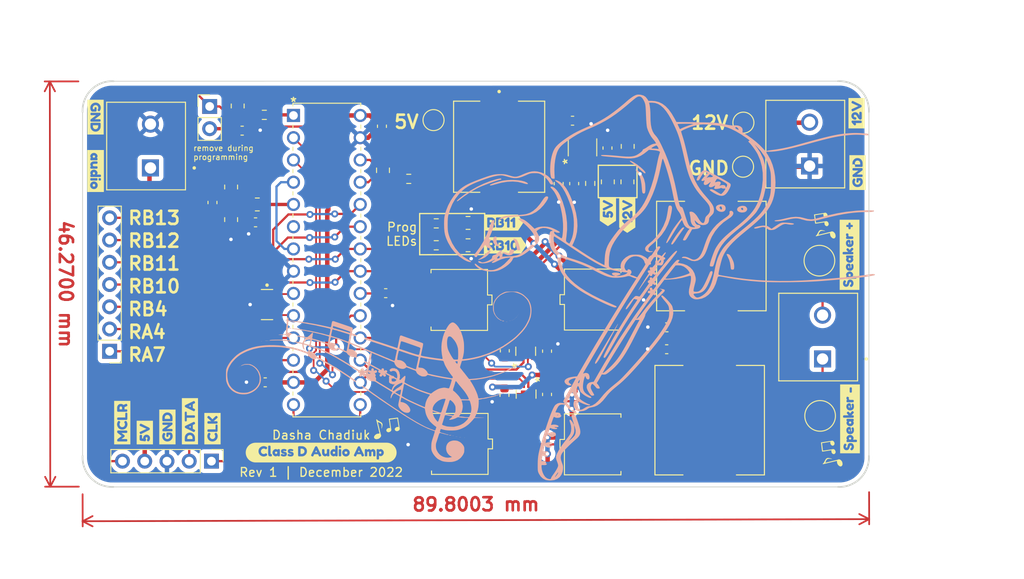
<source format=kicad_pcb>
(kicad_pcb (version 20211014) (generator pcbnew)
  (layers (0 "F.Cu" signal) (31 "B.Cu" signal) (34 "B.Paste" user) (35 "F.Paste" user) (36 "B.SilkS" user "B.Silkscreen") (37 "F.SilkS" user "F.Silkscreen") (38 "B.Mask" user) (39 "F.Mask" user) (44 "Edge.Cuts" user))
  (net 0 "")
  (net 1 "+5V")
  (net 2 "GND")
  (net 3 "+12V")
  (net 4 "Net-(C3-Pad2)")
  (net 5 "Net-(C4-Pad1)")
  (net 6 "Net-(C4-Pad2)")
  (net 7 "/speaker+")
  (net 8 "/speaker-")
  (net 9 "/audio_in")
  (net 10 "Net-(C9-Pad2)")
  (net 11 "Net-(C10-Pad1)")
  (net 12 "Net-(C10-Pad2)")
  (net 13 "/audio_filtered")
  (net 14 "Net-(C14-Pad1)")
  (net 15 "/triangle_wave_out")
  (net 16 "Net-(C16-Pad2)")
  (net 17 "Net-(C17-Pad1)")
  (net 18 "Net-(D1-Pad2)")
  (net 19 "Net-(D2-Pad2)")
  (net 20 "/RA7")
  (net 21 "/RB10")
  (net 22 "/RB11")
  (net 23 "/RB12")
  (net 24 "/RB13")
  (net 25 "/RB4")
  (net 26 "/RA4")
  (net 27 "/DR_EN_L")
  (net 28 "/DR_EN_H")
  (net 29 "/ICSP_CLK")
  (net 30 "/ICSP_DATA")
  (net 31 "/~{MCLR}")
  (net 32 "Net-(Q3-Pad1)")
  (net 33 "Net-(Q4-Pad1)")
  (net 34 "Net-(R6-Pad1)")
  (net 35 "Net-(R7-Pad1)")
  (net 36 "/PWM_H")
  (net 37 "/PWM_L")
  (net 38 "/audio_buffered_in")
  (net 39 "/triangle_wave_in")
  (net 40 "Net-(D3-Pad2)")
  (net 41 "Net-(D4-Pad2)")
  (net 42 "Net-(U4-Pad9)")
  (net 43 "Net-(U4-Pad10)")
  (net 45 "unconnected-(Q1-Pad1)")
  (net 46 "unconnected-(Q2-Pad1)")
  (net 52 "unconnected-(U1-Pad1)")
  (footprint "Resistor_SMD:R_0805_2012Metric" (layer "F.Cu") (at 141.15 77.45 180)
    (fp_text reference "D3" hide)
    (fp_text value "LED_BLUE")
  )
  (footprint "audio_amplifier:NCP81151MNTBG" (layer "F.Cu") (at 147.73335 92.1 90)
    (fp_text reference "U1" hide)
    (fp_text value "NCP81151MNTBG" hide)
  )
  (footprint "kibuzzard-638C52FC" (layer "F.Cu") (at 111.97 100.938181 90)
    (fp_text reference "kibuzzard-638C52FC" hide)
    (fp_text value "G***" hide)
  )
  (footprint "kibuzzard-638C5303" (layer "F.Cu") (at 109.397977 100.092837 90)
    (fp_text reference "kibuzzard-638C5303" hide)
    (fp_text value "G***" hide)
  )
  (footprint "audio_amplifier:CUI_TB001-500-02BE" (layer "F.Cu") (at 104.89 71.17 90)
    (fp_text reference "J5" hide)
    (fp_text value "Conn_01x02")
  )
  (footprint "audio_amplifier:PIC24FV16KM202" (layer "F.Cu") (at 121.22 65.18)
    (fp_text reference "U4" hide)
    (fp_text value "PIC24FV16KM202" hide)
  )
  (footprint "TestPoint:TestPoint_Pad_D3.0mm" (layer "F.Cu") (at 181.27 81.76)
    (fp_text reference "TP4" hide)
    (fp_text value "Speaker_Out1")
  )
  (footprint "Capacitor_SMD:C_0603_1608Metric" (layer "F.Cu") (at 145.34665 92.05 90)
    (fp_text reference "C3" hide)
    (fp_text value ".1uF")
  )
  (footprint "Capacitor_SMD:C_0603_1608Metric" (layer "F.Cu") (at 131.75 85.47)
    (fp_text reference "C14" hide)
    (fp_text value "10uF")
  )
  (footprint "Capacitor_SMD:C_0603_1608Metric" (layer "F.Cu") (at 111.97 75.12 90)
    (fp_text reference "C9" hide)
    (fp_text value ".082uF")
  )
  (footprint "audio_amplifier:MCU80N03A-TP" (layer "F.Cu") (at 155.3814 102.73 -90)
    (fp_text reference "Q3" hide)
    (fp_text value "MCU80N03A-TP" hide)
  )
  (footprint "Capacitor_SMD:C_0603_1608Metric" (layer "F.Cu") (at 117.99 95.65 180)
    (fp_text reference "C12" hide)
    (fp_text value ".1uF")
  )
  (footprint "kibuzzard-638C50B6" (layer "F.Cu") (at 184.76 99.82 90)
    (fp_text reference "kibuzzard-638C50B6" hide)
    (fp_text value "G***" hide)
  )
  (footprint "Capacitor_SMD:C_0603_1608Metric" (layer "F.Cu") (at 153.08 65.78)
    (fp_text reference "C4" hide)
    (fp_text value ".1uF")
  )
  (footprint "Capacitor_SMD:C_0603_1608Metric" (layer "F.Cu") (at 157.07 68.9 90)
    (fp_text reference "C2" hide)
    (fp_text value "10uF")
  )
  (footprint "kibuzzard-638C507C" (layer "F.Cu") (at 185.51 64.92 90)
    (fp_text reference "kibuzzard-638C507C" hide)
    (fp_text value "G***" hide)
  )
  (footprint "kibuzzard-638C5384" (layer "F.Cu") (at 106.82516 100.7453 90)
    (fp_text reference "kibuzzard-638C5384" hide)
    (fp_text value "G***" hide)
  )
  (footprint "Resistor_SMD:R_0603_1608Metric" (layer "F.Cu") (at 137.52 80)
    (fp_text reference "R10" hide)
    (fp_text value "200")
  )
  (footprint "kibuzzard-638C516B" (layer "F.Cu") (at 104.245199 101.384269 90)
    (fp_text reference "kibuzzard-638C516B" hide)
    (fp_text value "G***" hide)
  )
  (footprint "audio_amplifier:MCU80N03A-TP" (layer "F.Cu") (at 140.2086 102.68 90)
    (fp_text reference "Q4" hide)
    (fp_text value "MCU80N03A-TP" hide)
  )
  (footprint "Resistor_SMD:R_0603_1608Metric" (layer "F.Cu") (at 155.1 72.94 -90)
    (fp_text reference "R2" hide)
    (fp_text value "200")
  )
  (footprint "kibuzzard-638C54CC" (layer "F.Cu") (at 157.12 76.16 90)
    (fp_text reference "kibuzzard-638C54CC" hide)
    (fp_text value "G***" hide)
  )
  (footprint "Capacitor_SMD:C_0603_1608Metric" (layer "F.Cu") (at 150.17 97.0314 -90)
    (fp_text reference "C10" hide)
    (fp_text value ".1uF")
  )
  (footprint "Resistor_SMD:R_0603_1608Metric" (layer "F.Cu") (at 134.38 72.42 180)
    (fp_text reference "R6" hide)
    (fp_text value "200")
  )
  (footprint "Resistor_SMD:R_0805_2012Metric" (layer "F.Cu") (at 159.35 72.76 -90)
    (fp_text reference "D1" hide)
    (fp_text value "LED_BLUE")
  )
  (footprint "Capacitor_SMD:C_0603_1608Metric" (layer "F.Cu") (at 151.5 72.96 -90)
    (fp_text reference "C5" hide)
    (fp_text value "22uF")
  )
  (footprint "Resistor_SMD:R_0805_2012Metric" (layer "F.Cu") (at 159.38 68.71 -90)
    (fp_text reference "R1" hide)
    (fp_text value "1k")
  )
  (footprint "Capacitor_SMD:C_0603_1608Metric" (layer "F.Cu") (at 163.85 89.37 180)
    (fp_text reference "C7" hide)
    (fp_text value "2.2uF")
  )
  (footprint "graphics:notes_small" (layer "F.Cu") (at 182.712776 103.725116 90)
    (fp_text reference "G***" hide)
    (fp_text value "LOGO" hide)
  )
  (footprint "Connector_PinHeader_2.54mm:PinHeader_1x07_P2.54mm_Vertical" (layer "F.Cu") (at 100.23 92.105 180)
    (fp_text reference "J3" hide)
    (fp_text value "Conn_01x07")
  )
  (footprint "Capacitor_SMD:C_0603_1608Metric" (layer "F.Cu") (at 153.27 72.96 -90)
    (fp_text reference "C6" hide)
    (fp_text value "22uF")
  )
  (footprint "Resistor_SMD:R_0805_2012Metric" (layer "F.Cu") (at 141.15 80 180)
    (fp_text reference "D4" hide)
    (fp_text value "LED_BLUE")
  )
  (footprint "audio_amplifier:CUI_TB001-500-02BE" (layer "F.Cu") (at 181.6275 92.98 90)
    (fp_text reference "J2" hide)
    (fp_text value "Conn_01x02")
  )
  (footprint "Connector_PinHeader_2.54mm:PinHeader_1x02_P2.54mm_Vertical" (layer "F.Cu") (at 111.65 64.15)
    (fp_text reference "JP1" hide)
    (fp_text value "Jumper")
  )
  (footprint "kibuzzard-638C57B8" (layer "F.Cu") (at 124.38 103.67)
    (fp_text reference "kibuzzard-638C57B8" hide)
    (fp_text value "G***" hide)
  )
  (footprint "kibuzzard-638C509A" (layer "F.Cu") (at 184.71 81.09 90)
    (fp_text reference "kibuzzard-638C509A" hide)
    (fp_text value "G***" hide)
  )
  (footprint "Capacitor_SMD:C_0805_2012Metric" (layer "F.Cu") (at 131.44 71.44 -90)
    (fp_text reference "C16" hide)
    (fp_text value "5000pF")
  )
  (footprint "Capacitor_SMD:C_0603_1608Metric" (layer "F.Cu") (at 115.36 66.915)
    (fp_text reference "C17" hide)
    (fp_text value ".1uF")
  )
  (footprint "graphics:notes_small" (layer "F.Cu") (at 131.94 100.94)
    (fp_text reference "G***" hide)
    (fp_text value "LOGO" hide)
  )
  (footprint "Resistor_SMD:R_0805_2012Metric" (layer "F.Cu") (at 114.1 73.3475 -90)
    (fp_text reference "R3" hide)
    (fp_text value "10k")
  )
  (footprint "Resistor_SMD:R_0805_2012Metric" (layer "F.Cu") (at 114.1 77.07 -90)
    (fp_text reference "R4" hide)
    (fp_text value "10k")
  )
  (footprint "Capacitor_SMD:C_0603_1608Metric" (layer "F.Cu") (at 150.17 92.09 90)
    (fp_text reference "C1" hide)
    (fp_text value "1uF")
  )
  (footprint "TestPoint:TestPoint_Pad_D2.0mm" (layer "F.Cu") (at 172.55 71.03 90)
    (fp_text reference "TP1" hide)
    (fp_text value "TP")
  )
  (footprint "Capacitor_SMD:C_0603_1608Metric" (layer "F.Cu") (at 116.89 77.38 180)
    (fp_text reference "C11" hide)
    (fp_text value "820pF")
  )
  (footprint "Resistor_SMD:R_0805_2012Metric" (layer "F.Cu") (at 157.1125 72.76 -90)
    (fp_text reference "D2" hide)
    (fp_text value "LED_BLUE")
  )
  (footprint "audio_amplifier:MCU80N03A-TP" (layer "F.Cu") (at 155.3814 86.2 -90)
    (fp_text reference "Q2" hide)
    (fp_text value "MCU80N03A-TP" hide)
  )
  (footprint "audio_amplifier:INDP125125X600N" (layer "F.Cu") (at 168.93 81.23 -90)
    (fp_text reference "L2" hide)
    (fp_text value "27uH")
  )
  (footprint "kibuzzard-638C5059" (layer "F.Cu") (at 98.62 71.52 -90)
    (fp_text reference "kibuzzard-638C5059" hide)
    (fp_text value "G***" hide)
  )
  (footprint "graphics:notes_small" (layer "F.Cu") (at 181.92 77.7 90)
    (fp_text reference "G***" hide)
    (fp_text value "LOGO" hide)
  )
  (footprint "Resistor_SMD:R_0603_1608Metric" (layer "F.Cu") (at 117.89 65.11 180)
    (fp_text reference "R7" hide)
    (fp_text value "200")
  )
  (footprint "Resistor_SMD:R_0805_2012Metric" (layer "F.Cu") (at 117.09 75.34)
    (fp_text reference "R5" hide)
    (fp_text value "10k")
  )
  (footprint "Capacitor_SMD:C_0603_1608Metric" (layer "F.Cu") (at 145.31 97.1214 -90)
    (fp_text reference "C13" hide)
    (fp_text value "1uF")
  )
  (footprint "TestPoint:TestPoint_Pad_D3.0mm" (layer "F.Cu") (at 181.35 99.48)
    (fp_text reference "TP5" hide)
    (fp_text value "Speaker_Out2")
  )
  (footprint "audio_amplifier:CUI_TB001-500-02BE" (layer "F.Cu") (at 180.15 70.95 90)
    (fp_text reference "J1" hide)
    (fp_text value "Conn_01x02")
  )
  (footprint "Resistor_SMD:R_0805_2012Metric" (layer "F.Cu") (at 114.85 64.095 -90)
    (fp_text reference "R8" hide)
    (fp_text value "10k")
  )
  (footprint "kibuzzard-638C4FD3" (layer "F.Cu") (at 185.62 71.7 90)
    (fp_text reference "kibuzzard-638C4FD3" hide)
    (fp_text value "G***" hide)
  )
  (footprint "TestPoint:TestPoint_Pad_D2.0mm" (layer "F.Cu") (at 137.21 65.71)
    (fp_text reference "TP2" hide)
    (fp_text value "TP")
  )
  (footprint "audio_amplifier:IND_B966AS" (layer "F.Cu") (at 144.7 68.75 -90)
    (fp_text reference "L1" hide)
    (fp_text value "3.9uH")
  )
  (footprint "kibuzzard-638C55ED" (layer "F.Cu") (at 145.24 77.41)
    (fp_text reference "kibuzzard-638C55ED" hide)
    (fp_text value "G***" hide)
  )
  (footprint "audio_amplifier:AP63203WU-7" (layer "F.Cu") (at 154.22 68.82 90)
    (fp_text reference "U2" hide)
    (fp_text value "AP63205WU-7" hide)
  )
  (footprint "TestPoint:TestPoint_Pad_D2.0mm" (layer "F.Cu") (at 172.59 66 90)
    (fp_text reference "TP3" hide)
    (fp_text value "TP")
  )
  (footprint "audio_amplifier:MCU80N03A-TP" (layer "F.Cu") (at 140.1486 86.24 90)
    (fp_text reference "Q1" hide)
    (fp_text value "MCU80N03A-TP" hide)
  )
  (footprint "Capacitor_SMD:C_0603_1608Metric" (layer "F.Cu") (at 131.32 66.41 -90)
    (fp_text reference "C15" hide)
    (fp_text value ".1uF")
  )
  (footprint "Capacitor_SMD:C_0603_1608Metric" (layer "F.Cu") (at 163.83 91.87 180)
    (fp_text reference "C8" hide)
    (fp_text value "2.2uF")
  )
  (footprint "kibuzzard-638C543F" (layer "F.Cu") (at 159.33 76.54391 90)
    (fp_text reference "kibuzzard-638C543F" hide)
    (fp_text value "G***" hide)
  )
  (footprint "Resistor_SMD:R_0603_1608Metric" (layer "F.Cu") (at 137.52 77.5)
    (fp_text reference "R9" hide)
    (fp_text value "200")
  )
  (footprint "kibuzzard-638C4FD3" (layer "F.Cu") (at 98.62 65.37 -90)
    (fp_text reference "kibuzzard-638C4FD3" hide)
    (fp_text value "G***" hide)
  )
  (footprint "audio_amplifier:INDP125125X600N" (layer "F.Cu") (at 168.74 99.97 -90)
    (fp_text reference "L3" hide)
    (fp_text value "27uH")
  )
  (footprint "kibuzzard-638C55E5" (layer "F.Cu") (at 145.416213 80.01)
    (fp_text reference "kibuzzard-638C55E5" hide)
    (fp_text value "G***" hide)
  )
  (footprint "audio_amplifier:OSC_CSTNE8M00G550000R0" (layer "F.Cu") (at 118.2 86.77 -90)
    (fp_text reference "Y1" hide)
    (fp_text value "8MHz_Crystal")
  )
  (footprint "audio_amplifier:NCP81151MNTBG" (layer "F.Cu") (at 147.78 96.99 -90)
    (fp_text reference "U3" hide)
    (fp_text value "NCP81151MNTBG" hide)
  )
  (footprint "kibuzzard-638C5180" (layer "F.Cu") (at 101.67 100.25 90)
    (fp_text reference "kibuzzard-638C5180" hide)
    (fp_text value "G***" hide)
  )
  (footprint "Connector_PinHeader_2.54mm:PinHeader_1x05_P2.54mm_Vertical" (layer "F.Cu") (at 111.855 104.65 -90)
    (fp_text reference "J4" hide)
    (fp_text value "Conn_01x05")
  )
  (footprint "graphics:guitar1" (layer "B.Cu") (at 162.65 83.41 -90)
    (fp_text reference "G***")
    (fp_text value "LOGO" hide)
  )
  (footprint "graphics:music_notes" (layer "B.Cu") (at 131.01 95.03 180)
    (fp_text reference "G***")
    (fp_text value "LOGO" hide)
  )
  (gr_line (start 135.63 81.08) (end 143.03 81.06) (layer "F.SilkS") (width 0.15))
  (gr_line (start 143.05 76.37) (end 135.625 76.38) (layer "F.SilkS") (width 0.15))
  (gr_rect (start 156.02 70.87) (end 160.44 74.57) (layer "F.SilkS") (width 0.15) (fill none))
  (gr_line (start 143.03 81.06) (end 143.05 76.37) (layer "F.SilkS") (width 0.15))
  (gr_line (start 135.625 76.38) (end 135.63 81.08) (layer "F.SilkS") (width 0.15))
  (gr_line (start 97.139962 64.78) (end 97.14 104.05) (layer "Edge.Cuts") (width 0.1))
  (gr_arc (start 183.39 61.264378) (mid 185.929962 62.24) (end 186.92 64.774378) (layer "Edge.Cuts") (width 0.2))
  (gr_arc (start 186.92 104.06) (mid 185.944378 106.599962) (end 183.41 107.59) (layer "Edge.Cuts") (width 0.2))
  (gr_line (start 100.65 107.59) (end 183.41 107.59) (layer "Edge.Cuts") (width 0.1))
  (gr_line (start 100.669962 61.27) (end 183.39 61.264378) (layer "Edge.Cuts") (width 0.1))
  (gr_line (start 186.92 104.06) (end 186.92 64.774378) (layer "Edge.Cuts") (width 0.1))
  (gr_arc (start 97.139962 64.78) (mid 98.13 62.245622) (end 100.669962 61.27) (layer "Edge.Cuts") (width 0.2))
  (gr_arc (start 100.65 107.59) (mid 98.115622 106.599962) (end 97.14 104.06) (layer "Edge.Cuts") (width 0.2))
  (gr_text "RB13" (at 105.311428 76.883335) (layer "F.SilkS") (effects (font (size 1.5 1.5) (thickness 0.3))))
  (gr_text "RB12" (at 105.311428 79.486668) (layer "F.SilkS") (effects (font (size 1.5 1.5) (thickness 0.3))))
  (gr_text "Prog\nLEDs" (at 135.43 78.73) (layer "F.SilkS") (effects (font (size 1 1)) (justify right)))
  (gr_text "RB11" (at 105.311428 82.090001) (layer "F.SilkS") (effects (font (size 1.5 1.5) (thickness 0.3))))
  (gr_text "12V" (at 168.75 66.01) (layer "F.SilkS") (effects (font (size 1.5 1.5) (thickness 0.3))))
  (gr_text "RB10" (at 105.311428 84.693334) (layer "F.SilkS") (effects (font (size 1.5 1.5) (thickness 0.3))))
  (gr_text "RA4" (at 104.49 89.9) (layer "F.SilkS") (effects (font (size 1.5 1.5) (thickness 0.3))))
  (gr_text "Rev 1 | December 2022" (at 124.38 105.92) (layer "F.SilkS") (effects (font (size 1 1))))
  (gr_text "remove during \nprogramming" (at 109.73 69.43) (layer "F.SilkS") (effects (font (size 0.635 0.635) (thickness 0.1016)) (justify left)))
  (gr_text "RB4" (at 104.597142 87.296667) (layer "F.SilkS") (effects (font (size 1.5 1.5) (thickness 0.3))))
  (gr_text "GND" (at 168.63 71.21) (layer "F.SilkS") (effects (font (size 1.5 1.5) (thickness 0.3))))
  (gr_text "RA7" (at 104.49 92.503333) (layer "F.SilkS") (effects (font (size 1.5 1.5) (thickness 0.3))))
  (gr_text "Dasha Chadiuk" (at 124.38 101.67) (layer "F.SilkS") (effects (font (size 1 1))))
  (gr_text "5V" (at 134.12 65.91) (layer "F.SilkS") (effects (font (size 1.5 1.5) (thickness 0.3))))
  (dimension (type aligned) (layer "F.Cu") (pts (xy 97.14 107.93) (xy 186.94 107.69)) (height 3.578998) (gr_text "3535.4457 mils" (at 142.044754 109.588991 0.1531286675) (layer "F.Cu") (effects (font (size 1.5 1.5) (thickness 0.3)))) (format (units 3) (units_format 1) (precision 4)) (style (thickness 0.2) (arrow_length 1.27) (text_position_mode 0) (extension_height 0.58642) (extension_offset 0.5) keep_text_aligned))
  (dimension (type aligned) (layer "F.Cu") (pts (xy 97.16 61.29) (xy 97.21 107.56)) (height 3.759652) (gr_text "1821.6546 mils" (at 95.225349 84.427118 270.0619146) (layer "F.Cu") (effects (font (size 1.5 1.5) (thickness 0.3)))) (format (units 3) (units_format 1) (precision 4)) (style (thickness 0.2) (arrow_length 1.27) (text_position_mode 0) (extension_height 0.58642) (extension_offset 0.5) keep_text_aligned))
  (segment (start 149.36 94.81) (end 150.17 94) (width 0.508) (layer "F.Cu") (net 1))
  (segment (start 137.21 67.89) (end 137.21 65.71) (width 0.508) (layer "F.Cu") (net 1))
  (segment (start 117.46 98.3) (end 118.765 96.995) (width 0.508) (layer "F.Cu") (net 1))
  (segment (start 125.076 76.066261) (end 125.076 94.174) (width 0.508) (layer "F.Cu") (net 1))
  (segment (start 149.235 72.185) (end 148.645 72.775) (width 0.508) (layer "F.Cu") (net 1))
  (segment (start 151.5 72.185) (end 149.235 72.185) (width 0.508) (layer "F.Cu") (net 1))
  (segment (start 149.22 92.87) (end 150.165 92.87) (width 0.254) (layer "F.Cu") (net 1))
  (segment (start 148.645 72.775) (end 144.7 72.775) (width 0.508) (layer "F.Cu") (net 1))
  (segment (start 152.57 83.71) (end 152.57 92.62) (width 0.508) (layer "F.Cu") (net 1))
  (segment (start 128.84 65.18) (end 126.26 65.18) (width 0.508) (layer "F.Cu") (net 1))
  (segment (start 119.15 66.45) (end 114.1 71.5) (width 0.254) (layer "F.Cu") (net 1))
  (segment (start 125.17 66.45) (end 119.15 66.45) (width 0.254) (layer "F.Cu") (net 1))
  (segment (start 150.165 92.87) (end 150.17 92.865) (width 0.254) (layer "F.Cu") (net 1))
  (segment (start 153.269999 70.12175) (end 153.27 72.185) (width 0.508) (layer "F.Cu") (net 1))
  (segment (start 152.57 92.62) (end 152.325 92.865) (width 0.508) (layer "F.Cu") (net 1))
  (segment (start 144.7 75.75) (end 144.7 75.83) (width 0.508) (layer "F.Cu") (net 1))
  (segment (start 132.83 65.63) (end 132.825 65.635) (width 0.508) (layer "F.Cu") (net 1))
  (segment (start 125.18 66.26) (end 125.18 66.44) (width 0.508) (layer "F.Cu") (net 1))
  (segment (start 123.59 95.66) (end 121.22 95.66) (width 0.508) (layer "F.Cu") (net 1))
  (segment (start 129.95 65.18) (end 130.405 65.635) (width 0.508) (layer "F.Cu") (net 1))
  (segment (start 150.17 94) (end 150.17 92.865) (width 0.508) (layer "F.Cu") (net 1))
  (segment (start 147.029999 96.139999) (end 146.410001 96.139999) (width 0.254) (layer "F.Cu") (net 1))
  (segment (start 125.18 66.44) (end 125.17 66.45) (width 0.254) (layer "F.Cu") (net 1))
  (segment (start 142.095 72.775) (end 137.21 67.89) (width 0.508) (layer "F.Cu") (net 1))
  (segment (start 137.13 65.63) (end 132.83 65.63) (width 0.508) (layer "F.Cu") (net 1))
  (segment (start 146.410001 96.139999) (end 146.2036 96.3464) (width 0.254) (layer "F.Cu") (net 1))
  (segment (start 153.27 72.185) (end 155.03 72.185) (width 0.508) (layer "F.Cu") (net 1))
  (segment (start 126.26 65.18) (end 124.2625 63.1825) (width 0.508) (layer "F.Cu") (net 1))
  (segment (start 143.96 96.17) (end 145.31 96.17) (width 0.508) (layer "F.Cu") (net 1))
  (segment (start 149.139999 92.950001) (end 149.22 92.87) (width 0.254) (layer "F.Cu") (net 1))
  (segment (start 151.02 82.16) (end 152.57 83.71) (width 0.508) (layer "F.Cu") (net 1))
  (segment (start 118.775 95.66) (end 118.765 95.65) (width 0.508) (layer "F.Cu") (net 1))
  (segment (start 125.076 94.174) (end 123.59 95.66) (width 0.508) (layer "F.Cu") (net 1))
  (segment (start 125.18 66.44) (end 125.2 66.46) (width 0.508) (layer "F.Cu") (net 1))
  (segment (start 125.2 75.942261) (end 125.076 76.066261) (width 0.508) (layer "F.Cu") (net 1))
  (segment (start 144.7 75.83) (end 148.66 79.79) (width 0.508) (layer "F.Cu") (net 1))
  (segment (start 145.31 96.3464) (end 145.31 96.17) (width 0.254) (layer "F.Cu") (net 1))
  (segment (start 114.1 71.5) (end 114.1 72.435) (width 0.254) (layer "F.Cu") (net 1))
  (segment (start 126.26 65.18) (end 125.18 66.26) (width 0.508) (layer "F.Cu") (net 1))
  (segment (start 146.2036 96.3464) (end 145.31 96.3464) (width 0.254) (layer "F.Cu") (net 1))
  (segment (start 148.47 94.81) (end 149.36 94.81) (width 0.508) (layer "F.Cu") (net 1))
  (segment (start 148.483351 92.950001) (end 149.139999 92.950001) (width 0.254) (layer "F.Cu") (net 1))
  (segment (start 124.2625 63.1825) (end 114.85 63.1825) (width 0.508) (layer "F.Cu") (net 1))
  (segment (start 108.61 98.3) (end 117.46 98.3) (width 0.508) (layer "F.Cu") (net 1))
  (segment (start 137.21 65.71) (end 137.13 65.63) (width 0.508) (layer "F.Cu") (net 1))
  (segment (start 130.405 65.635) (end 131.32 65.635) (width 0.508) (layer "F.Cu") (net 1))
  (segment (start 104.235 102.675) (end 108.61 98.3) (width 0.508) (layer "F.Cu") (net 1))
  (segment (start 125.2 66.46) (end 125.2 75.942261) (width 0.508) (layer "F.Cu") (net 1))
  (segment (start 155.03 72.185) (end 155.1 72.115) (width 0.508) (layer "F.Cu") (net 1))
  (segment (start 151.5 72.185) (end 153.27 72.185) (width 0.508) (layer "F.Cu") (net 1))
  (segment (start 121.22 95.66) (end 118.775 95.66) (width 0.508) (layer "F.Cu") (net 1))
  (segment (start 144.7 72.775) (end 142.095 72.775) (width 0.508) (layer "F.Cu") (net 1))
  (segment (start 104.235 104.65) (end 104.235 102.675) (width 0.508) (layer "F.Cu") (net 1))
  (segment (start 118.765 96.995) (end 118.765 95.65) (width 0.508) (layer "F.Cu") (net 1))
  (segment (start 132.825 65.635) (end 131.32 65.635) (width 0.508) (layer "F.Cu") (net 1))
  (segment (start 128.84 65.18) (end 129.95 65.18) (width 0.508) (layer "F.Cu") (net 1))
  (segment (start 152.325 92.865) (end 150.17 92.865) (width 0.508) (layer "F.Cu") (net 1))
  (segment (start 143.94 96.19) (end 143.96 96.17) (width 0.508) (layer "F.Cu") (net 1))
  (segment (start 144.7 72.775) (end 144.7 75.75) (width 0.508) (layer "F.Cu") (net 1))
  (via (at 143.94 96.19) (size 0.8) (drill 0.4) (layers "F.Cu" "B.Cu") (net 1))
  (via (at 148.47 94.81) (size 0.8) (drill 0.4) (layers "F.Cu" "B.Cu") (net 1))
  (via (at 151.02 82.16) (size 0.8) (drill 0.4) (layers "F.Cu" "B.Cu") (net 1))
  (via (at 148.66 79.79) (size 0.8) (drill 0.4) (layers "F.Cu" "B.Cu") (net 1))
  (segment (start 148.66 79.79) (end 148.66 79.8) (width 0.508) (layer "B.Cu") (net 1))
  (segment (start 148.47 94.81) (end 147.09 96.19) (width 0.508) (layer "B.Cu") (net 1))
  (segment (start 148.66 79.8) (end 151.02 82.16) (width 0.508) (layer "B.Cu") (net 1))
  (segment (start 147.09 96.19) (end 143.94 96.19) (width 0.508) (layer "B.Cu") (net 1))
  (segment (start 147.98335 91.85) (end 147.73335 92.1) (width 0.254) (layer "F.Cu") (net 2))
  (segment (start 180.07 71.03) (end 180.15 70.95) (width 0.508) (layer "F.Cu") (net 2))
  (segment (start 146.77 96.99) (end 145.8636 97.8964) (width 0.254) (layer "F.Cu") (net 2))
  (segment (start 116.135 66.915) (end 117.365 66.915) (width 0.254) (layer "F.Cu") (net 2))
  (segment (start 153.27 73.735) (end 153.27 75.08) (width 0.254) (layer "F.Cu") (net 2))
  (segment (start 151.355 91.315) (end 151.41 91.26) (width 0.254) (layer "F.Cu") (net 2))
  (segment (start 130.285 67.185) (end 131.32 67.185) (width 0.508) (layer "F.Cu") (net 2))
  (segment (start 116.115 78.685) (end 116.1 78.7) (width 0.254) (layer "F.Cu") (net 2))
  (segment (start 150.17 91.315) (end 149.745 91.315) (width 0.254) (layer "F.Cu") (net 2))
  (segment (start 142.0625 80.9775) (end 141.51 81.53) (width 0.254) (layer "F.Cu") (net 2))
  (segment (start 157.1125 71.8475) (end 159.35 71.8475) (width 0.254) (layer "F.Cu") (net 2))
  (segment (start 157.2737 86.2) (end 161.15 86.2) (width 0.254) (layer "F.Cu") (net 2))
  (segment (start 163.055 91.87) (end 161.69 91.87) (width 0.254) (layer "F.Cu") (net 2))
  (segment (start 157.07 68.125) (end 157.07 66.89) (width 0.254) (layer "F.Cu") (net 2))
  (segment (start 114.1 79.31) (end 114.08 79.33) (width 0.254) (layer "F.Cu") (net 2))
  (segment (start 161.15 86.2) (end 161.19 86.24) (width 0.254) (layer "F.Cu") (net 2))
  (segment (start 143.9264 97.8964) (end 143.9 97.87) (width 0.254) (layer "F.Cu") (net 2))
  (segment (start 116.115 77.38) (end 116.115 78.685) (width 0.254) (layer "F.Cu") (net 2))
  (segment (start 147.98335 91.249999) (end 147.98335 91.85) (width 0.254) (layer "F.Cu") (net 2))
  (segment (start 142.0625 77.45) (end 142.0625 76.4025) (width 0.254) (layer "F.Cu") (net 2))
  (segment (start 150.17 91.315) (end 151.355 91.315) (width 0.254) (layer "F.Cu") (net 2))
  (segment (start 172.55 71.03) (end 180.07 71.03) (width 0.508) (layer "F.Cu") (net 2))
  (segment (start 161.69 91.87) (end 161.66 91.84) (width 0.254) (layer "F.Cu") (net 2))
  (segment (start 159.35 71.8475) (end 160.7775 71.8475) (width 0.254) (layer "F.Cu") (net 2))
  (segment (start 147.53 97.840001) (end 147.53 97.24) (width 0.254) (layer "F.Cu") (net 2))
  (segment (start 160.7775 71.8475) (end 160.78 71.85) (width 0.254) (layer "F.Cu") (net 2))
  (segment (start 128.84 67.72) (end 129.75 67.72) (width 0.508) (layer "F.Cu") (net 2))
  (segment (start 145.8636 97.8964) (end 145.31 97.8964) (width 0.254) (layer "F.Cu") (net 2))
  (segment (start 151.5 73.735) (end 151.5 75.07) (width 0.254) (layer "F.Cu") (net 2))
  (segment (start 155.170001 66.159999) (end 155.2 66.13) (width 0.254) (layer "F.Cu") (net 2))
  (segment (start 142.0625 76.4025) (end 141.52 75.86) (width 0.254) (layer "F.Cu") (net 2))
  (segment (start 117.215 95.65) (end 115.87 95.65) (width 0.508) (layer "F.Cu") (net 2))
  (segment (start 129.75 67.72) (end 130.285 67.185) (width 0.508) (layer "F.Cu") (net 2))
  (segment (start 163.075 89.37) (end 161.71 89.37) (width 0.254) (layer "F.Cu") (net 2))
  (segment (start 132.525 85.47) (end 132.525 86.875) (width 0.254) (layer "F.Cu") (net 2))
  (segment (start 147.78 96.99) (end 146.77 96.99) (width 0.254) (layer "F.Cu") (net 2))
  (segment (start 134.33 102.74) (end 134.31 102.76) (width 0.254) (layer "F.Cu") (net 2))
  (segment (start 115.87 95.65) (end 115.85 95.63) (width 0.508) (layer "F.Cu") (net 2))
  (segment (start 132.525 86.875) (end 132.53 86.88) (width 0.254) (layer "F.Cu") (net 2))
  (segment (start 149.745 91.315) (end 148.96 92.1) (width 0.254) (layer "F.Cu") (net 2))
  (segment (start 147.53 97.24) (end 147.78 96.99) (width 0.254) (layer "F.Cu") (net 2))
  (segment (start 118.2 86.77) (end 116.27 86.77) (width 0.2032) (layer "F.Cu") (net 2))
  (segment (start 161.71 89.37) (end 161.68 89.34) (width 0.254) (layer "F.Cu") (net 2))
  (segment (start 145.31 97.8964) (end 143.9264 97.8964) (width 0.254) (layer "F.Cu") (net 2))
  (segment (start 117.365 66.915) (end 117.42 66.86) (width 0.254) (layer "F.Cu") (net 2))
  (segment (start 157.07 66.89) (end 157.09 66.87) (width 0.254) (layer "F.Cu") (net 2))
  (segment (start 114.1 77.9825) (end 114.1 79.31) (width 0.254) (layer "F.Cu") (net 2))
  (segment (start 142.0625 80) (end 142.0625 80.9775) (width 0.254) (layer "F.Cu") (net 2))
  (segment (start 155.170001 67.51825) (end 155.170001 66.159999) (width 0.254) (layer "F.Cu") (net 2))
  (segment (start 153.27 75.08) (end 153.28 75.09) (width 0.254) (layer "F.Cu") (net 2))
  (segment (start 138.2563 102.74) (end 134.33 102.74) (width 0.254) (layer "F.Cu") (net 2))
  (segment (start 148.96 92.1) (end 147.73335 92.1) (width 0.254) (layer "F.Cu") (net 2))
  (via (at 161.19 86.24) (size 0.8) (drill 0.4) (layers "F.Cu" "B.Cu") (net 2))
  (via (at 116.1 78.7) (size 0.8) (drill 0.4) (layers "F.Cu" "B.Cu") (net 2))
  (via (at 117.42 66.86) (size 0.8) (drill 0.4) (layers "F.Cu" "B.Cu") (net 2))
  (via (at 151.5 75.07) (size 0.8) (drill 0.4) (layers "F.Cu" "B.Cu") (net 2))
  (via (at 157.09 66.87) (size 0.8) (drill 0.4) (layers "F.Cu" "B.Cu") (net 2))
  (via (at 160.78 71.85) (size 0.8) (drill 0.4) (layers "F.Cu" "B.Cu") (net 2))
  (via (at 161.66 91.84) (size 0.8) (drill 0.4) (layers "F.Cu" "B.Cu") (net 2))
  (via (at 155.2 66.13) (size 0.8) (drill 0.4) (layers "F.Cu" "B.Cu") (net 2))
  (via (at 151.41 91.26) (size 0.8) (drill 0.4) (layers "F.Cu" "B.Cu") (net 2))
  (via (at 116.27 86.77) (size 0.8) (drill 0.4) (layers "F.Cu" "B.Cu") (net 2))
  (via (at 115.85 95.63) (size 0.8) (drill 0.4) (layers "F.Cu" "B.Cu") (net 2))
  (via (at 143.9 97.87) (size 0.8) (drill 0.4) (layers "F.Cu" "B.Cu") (net 2))
  (via (at 141.52 75.86) (size 0.8) (drill 0.4) (layers "F.Cu" "B.Cu") (net 2))
  (via (at 141.51 81.53) (size 0.8) (drill 0.4) (layers "F.Cu" "B.Cu") (net 2))
  (via (at 114.08 79.33) (size 0.8) (drill 0.4) (layers "F.Cu" "B.Cu") (net 2))
  (via (at 132.53 86.88) (size 0.8) (drill 0.4) (layers "F.Cu" "B.Cu") (net 2))
  (via (at 153.28 75.09) (size 0.8) (drill 0.4) (layers "F.Cu" "B.Cu") (net 2))
  (via (at 161.68 89.34) (size 0.8) (drill 0.4) (layers "F.Cu" "B.Cu") (net 2))
  (via (at 134.31 102.76) (size 0.8) (drill 0.4) (layers "F.Cu" "B.Cu") (net 2))
  (segment (start 153 100.56) (end 153 98.65) (width 0.508) (layer "F.Cu") (net 3))
  (segment (start 163.01 73.419) (end 163.01 69.83) (width 0.508) (layer "F.Cu") (net 3))
  (segment (start 149.95 79.59) (end 149.95 79.76) (width 0.508) (layer "F.Cu") (net 3))
  (segment (start 151.61 101.95) (end 153 100.56) (width 0.508) (layer "F.Cu") (net 3))
  (segment (start 172.59 66) (end 160.04 66) (width 0.508) (layer "F.Cu") (net 3))
  (segment (start 160.63 75.799) (end 163.01 73.419) (width 0.508) (layer "F.Cu") (net 3))
  (segment (start 147.1 82.61) (end 145.81 82.61) (width 0.508) (layer "F.Cu") (net 3))
  (segment (start 150.2379 105.1176) (end 150.2379 103.8279) (width 0.508) (layer "F.Cu") (net 3))
  (segment (start 158.09 69.4) (end 158.09 68.18) (width 0.508) (layer "F.Cu") (net 3))
  (segment (start 145.81 82.61) (end 145.2921 83.1279) (width 0.508) (layer "F.Cu") (net 3))
  (segment (start 145.2921 83.8524) (end 147.058542 83.8524) (width 0.508) (layer "F.Cu") (net 3))
  (segment (start 157.07 69.675) (end 157.815 69.675) (width 0.508) (layer "F.Cu") (net 3))
  (segment (start 159.38 66.66) (end 159.38 67.7975) (width 0.508) (layer "F.Cu") (net 3))
  (segment (start 151.540014 81.220014) (end 153.41 83.09) (width 0.508) (layer "F.Cu") (net 3))
  (segment (start 149.95 79.76) (end 147.1 82.61) (width 0.508) (layer "F.Cu") (net 3))
  (segment (start 150.22 101.95) (end 151.61 101.95) (width 0.508) (layer "F.Cu") (net 3))
  (segment (start 156.98825 70.12175) (end 155.170001 70.12175) (width 0.508) (layer "F.Cu") (net 3))
  (segment (start 155.111942 75.799) (end 160.63 75.799) (width 0.508) (layer "F.Cu") (net 3))
  (segment (start 160.9775 67.7975) (end 159.38 67.7975) (width 0.508) (layer "F.Cu") (net 3))
  (segment (start 153.41 96.6899) (end 153.02 97.0799) (width 0.508) (layer "F.Cu") (net 3))
  (segment (start 172.6 66.01) (end 172.59 66) (width 0.508) (layer "F.Cu") (net 3))
  (segment (start 154.22 70.12175) (end 155.170001 70.12175) (width 0.508) (layer "F.Cu") (net 3))
  (segment (start 145.2921 83.1279) (end 145.2921 83.8524) (width 0.508) (layer "F.Cu") (net 3))
  (segment (start 160.04 66) (end 159.38 66.66) (width 0.508) (layer "F.Cu") (net 3))
  (segment (start 157.815 69.675) (end 158.09 69.4) (width 0.508) (layer "F.Cu") (net 3))
  (segment (start 147.058542 83.8524) (end 155.111942 75.799) (width 0.508) (layer "F.Cu") (net 3))
  (segment (start 163.01 69.83) (end 160.9775 67.7975) (width 0.508) (layer "F.Cu") (net 3))
  (segment (start 158.09 68.18) (end 158.4725 67.7975) (width 0.508) (layer "F.Cu") (net 3))
  (segment (start 150.2379 103.8279) (end 150.22 103.81) (width 0.508) (layer "F.Cu") (net 3))
  (segment (start 180.09 66.01) (end 172.6 66.01) (width 0.508) (layer "F.Cu") (net 3))
  (segment (start 180.15 65.95) (end 180.09 66.01) (width 0.508) (layer "F.Cu") (net 3))
  (segment (start 157.07 69.675) (end 157.07 70.04) (width 0.508) (layer "F.Cu") (net 3))
  (segment (start 158.4725 67.7975) (end 159.38 67.7975) (width 0.508) (layer "F.Cu") (net 3))
  (segment (start 153.41 83.09) (end 153.41 96.6899) (width 0.508) (layer "F.Cu") (net 3))
  (segment (start 157.07 70.04) (end 156.98825 70.12175) (width 0.508) (layer "F.Cu") (net 3))
  (via (at 149.95 79.59) (size 0.8) (drill 0.4) (layers "F.Cu" "B.Cu") (net 3))
  (via (at 150.22 101.95) (size 0.8) (drill 0.4) (layers "F.Cu" "B.Cu") (net 3))
  (via (at 153.02 97.0799) (size 0.8) (drill 0.4) (layers "F.Cu" "B.Cu") (net 3))
  (via (at 150.22 103.81) (size 0.8) (drill 0.4) (layers "F.Cu" "B.Cu") (net 3))
  (via (at 153 98.65) (size 0.8) (drill 0.4) (layers "F.Cu" "B.Cu") (net 3))
  (via (at 151.540014 81.220014) (size 0.8) (drill 0.4) (layers "F.Cu" "B.Cu") (net 3))
  (segment (start 150.22 103.81) (end 150.22 101.95) (width 0.508) (layer "B.Cu") (net 3))
  (segment (start 149.95 79.59) (end 149.95 79.63) (width 0.508) (layer "B.Cu") (net 3))
  (segment (start 149.95 79.63) (end 151.540014 81.220014) (width 0.508) (layer "B.Cu") (net 3))
  (segment (start 153 98.65) (end 153 97.0999) (width 0.508) (layer "B.Cu") (net 3))
  (segment (start 153 97.0999) (end 153.02 97.0799) (width 0.508) (layer "B.Cu") (net 3))
  (segment (start 155.3526 76.38) (end 168.93 76.38) (width 0.254) (layer "F.Cu") (net 4))
  (segment (start 138.2563 86.24) (end 138.2563 88.8163) (width 0.254) (layer "F.Cu") (net 4))
  (segment (start 148.3724 88.5876) (end 147.48335 89.47665) (width 0.254) (layer "F.Cu") (net 4))
  (segment (start 138.2563 88.8163) (end 140.715 91.275) (width 0.254) (layer "F.Cu") (net 4))
  (segment (start 148.89 86.24) (end 147.49 86.24) (width 0.254) (layer "F.Cu") (net 4))
  (segment (start 140.715 91.275) (end 145.34665 91.275) (width 0.254) (layer "F.Cu") (net 4))
  (segment (start 148.07 83.6626) (end 155.3526 76.38) (width 0.254) (layer "F.Cu") (net 4))
  (segment (start 147.49 86.24) (end 138.2563 86.24) (width 0.254) (layer "F.Cu") (net 4))
  (segment (start 150.2379 88.5876) (end 150.2379 87.5879) (width 0.254) (layer "F.Cu") (net 4))
  (segment (start 148.07 86.24) (end 148.07 83.6626) (width 0.254) (layer "F.Cu") (net 4))
  (segment (start 150.2379 87.5879) (end 148.89 86.24) (width 0.254) (layer "F.Cu") (net 4))
  (segment (start 147.48335 89.47665) (end 147.48335 91.249999) (width 0.254) (layer "F.Cu") (net 4))
  (segment (start 150.2379 88.5876) (end 148.3724 88.5876) (width 0.254) (layer "F.Cu") (net 4))
  (segment (start 153.269999 67.51825) (end 152.64825 67.51825) (width 0.508) (layer "F.Cu") (net 5))
  (segment (start 152.64825 67.51825) (end 152.305 67.175) (width 0.508) (layer "F.Cu") (net 5))
  (segment (start 152.305 67.175) (end 152.305 65.78) (width 0.508) (layer "F.Cu") (net 5))
  (segment (start 153.855 65.78) (end 153.855 65.045) (width 0.508) (layer "F.Cu") (net 6))
  (segment (start 153.535 64.725) (end 144.7 64.725) (width 0.508) (layer "F.Cu") (net 6))
  (segment (start 154.22 67.51825) (end 154.22 66.91) (width 0.508) (layer "F.Cu") (net 6))
  (segment (start 153.855 65.045) (end 153.535 64.725) (width 0.508) (layer "F.Cu") (net 6))
  (segment (start 153.855 66.545) (end 153.855 65.78) (width 0.508) (layer "F.Cu") (net 6))
  (segment (start 154.22 66.91) (end 153.855 66.545) (width 0.508) (layer "F.Cu") (net 6))
  (segment (start 168.93 86.08) (end 168.93 83.9) (width 0.254) (layer "F.Cu") (net 7))
  (segment (start 181.6275 86.2775) (end 181.6275 87.98) (width 0.254) (layer "F.Cu") (net 7))
  (segment (start 168.05 89.37) (end 168.93 88.49) (width 0.254) (layer "F.Cu") (net 7))
  (segment (start 170.89 81.94) (end 181.09 81.94) (width 0.254) (layer "F.Cu") (net 7))
  (segment (start 164.625 89.37) (end 168.05 89.37) (width 0.254) (layer "F.Cu") (net 7))
  (segment (start 168.93 83.9) (end 170.89 81.94) (width 0.254) (layer "F.Cu") (net 7))
  (segment (start 181.27 85.92) (end 181.6275 86.2775) (width 0.254) (layer "F.Cu") (net 7))
  (segment (start 181.09 81.94) (end 181.27 81.76) (width 0.254) (layer "F.Cu") (net 7))
  (segment (start 168.93 88.49) (end 168.93 86.08) (width 0.254) (layer "F.Cu") (net 7))
  (segment (start 181.27 81.76) (end 181.27 85.92) (width 0.254) (layer "F.Cu") (net 7))
  (segment (start 164.605 91.87) (end 167.82 91.87) (width 0.254) (layer "F.Cu") (net 8))
  (segment (start 181.35 99.48) (end 181.35 95.07) (width 0.254) (layer "F.Cu") (net 8))
  (segment (start 181.6275 94.7925) (end 181.6275 92.98) (width 0.254) (layer "F.Cu") (net 8))
  (segment (start 168.74 92.79) (end 168.74 95.12) (width 0.254) (layer "F.Cu") (net 8))
  (segment (start 181.26 99.57) (end 181.35 99.48) (width 0.254) (layer "F.Cu") (net 8))
  (segment (start 167.82 91.87) (end 168.74 92.79) (width 0.254) (layer "F.Cu") (net 8))
  (segment (start 171.19 99.57) (end 181.26 99.57) (width 0.254) (layer "F.Cu") (net 8))
  (segment (start 168.74 97.12) (end 171.19 99.57) (width 0.254) (layer "F.Cu") (net 8))
  (segment (start 168.74 95.12) (end 168.74 97.12) (width 0.254) (layer "F.Cu") (net 8))
  (segment (start 181.35 95.07) (end 181.6275 94.7925) (width 0.254) (layer "F.Cu") (net 8))
  (segment (start 104.89 71.17) (end 104.78 71.28) (width 0.508) (layer "F.Cu") (net 9))
  (segment (start 107.285 75.895) (end 111.97 75.895) (width 0.508) (layer "F.Cu") (net 9))
  (segment (start 104.78 71.28) (end 104.78 73.39) (width 0.508) (layer "F.Cu") (net 9))
  (segment (start 104.78 73.39) (end 107.285 75.895) (width 0.508) (layer "F.Cu") (net 9))
  (segment (start 115.65 75.34) (end 116.1775 75.34) (width 0.381) (layer "F.Cu") (net 10))
  (segment (start 114.8325 76.1575) (end 115.65 75.34) (width 0.381) (layer "F.Cu") (net 10))
  (segment (start 114.015 74.345) (end 114.1 74.26) (width 0.254) (layer "F.Cu") (net 10))
  (segment (start 114.1 76.1575) (end 114.8325 76.1575) (width 0.381) (layer "F.Cu") (net 10))
  (segment (start 114.1 76.1575) (end 114.1 74.26) (width 0.381) (layer "F.Cu") (net 10))
  (segment (start 111.97 74.345) (end 114.015 74.345) (width 0.381) (layer "F.Cu") (net 10))
  (segment (start 149.029999 96.139999) (end 149.15 96.26) (width 0.254) (layer "F.Cu") (net 11))
  (segment (start 148.530001 96.139999) (end 149.029999 96.139999) (width 0.254) (layer "F.Cu") (net 11))
  (segment (start 150.1664 96.26) (end 150.17 96.2564) (width 0.254) (layer "F.Cu") (net 11))
  (segment (start 149.15 96.26) (end 150.1664 96.26) (width 0.254) (layer "F.Cu") (net 11))
  (segment (start 155.7964 97.8064) (end 157.2737 99.2837) (width 0.254) (layer "F.Cu") (net 12))
  (segment (start 157.2737 99.2837) (end 157.2737 102.73) (width 0.254) (layer "F.Cu") (net 12))
  (segment (start 146.58 102.73) (end 157.2737 102.73) (width 0.254) (layer "F.Cu") (net 12))
  (segment (start 161.49 102.73) (end 163.58 104.82) (width 0.254) (layer "F.Cu") (net 12))
  (segment (start 157.2737 102.73) (end 161.49 102.73) (width 0.254) (layer "F.Cu") (net 12))
  (segment (start 148.03 99.23) (end 148.03 97.840001) (width 0.254) (layer "F.Cu") (net 12))
  (segment (start 145.2921 100.3524) (end 145.2921 101.4421) (width 0.254) (layer "F.Cu") (net 12))
  (segment (start 146.9076 100.3524) (end 148.03 99.23) (width 0.254) (layer "F.Cu") (net 12))
  (segment (start 163.58 104.82) (end 168.74 104.82) (width 0.254) (layer "F.Cu") (net 12))
  (segment (start 145.2921 100.3524) (end 146.9076 100.3524) (width 0.254) (layer "F.Cu") (net 12))
  (segment (start 150.17 97.8064) (end 155.7964 97.8064) (width 0.254) (layer "F.Cu") (net 12))
  (segment (start 145.2921 101.4421) (end 146.58 102.73) (width 0.254) (layer "F.Cu") (net 12))
  (segment (start 117.665 77.38) (end 117.665 76.835) (width 0.381) (layer "F.Cu") (net 13))
  (segment (start 117.665 76.835) (end 118.0025 76.4975) (width 0.381) (layer "F.Cu") (net 13))
  (segment (start 118.0025 76.4975) (end 118.0025 75.34) (width 0.381) (layer "F.Cu") (net 13))
  (segment (start 118.0025 75.34) (end 121.22 75.34) (width 0.381) (layer "F.Cu") (net 13))
  (segment (start 130.945 85.5) (end 130.975 85.47) (width 0.254) (layer "F.Cu") (net 14))
  (segment (start 128.84 85.5) (end 130.945 85.5) (width 0.254) (layer "F.Cu") (net 14))
  (segment (start 130.19 70.49) (end 129.96 70.26) (width 0.254) (layer "F.Cu") (net 15))
  (segment (start 129.96 70.26) (end 128.84 70.26) (width 0.254) (layer "F.Cu") (net 15))
  (segment (start 131.44 70.49) (end 130.19 70.49) (width 0.254) (layer "F.Cu") (net 15))
  (segment (start 128.84 72.8) (end 129.77 72.8) (width 0.254) (layer "F.Cu") (net 16))
  (segment (start 130.18 72.39) (end 131.44 72.39) (width 0.254) (layer "F.Cu") (net 16))
  (segment (start 133.525 72.39) (end 133.555 72.42) (width 0.254) (layer "F.Cu") (net 16))
  (segment (start 129.77 72.8) (end 130.18 72.39) (width 0.254) (layer "F.Cu") (net 16))
  (segment (start 131.44 72.39) (end 133.525 72.39) (width 0.254) (layer "F.Cu") (net 16))
  (segment (start 113.36 66.92) (end 114.58 66.92) (width 0.381) (layer "F.Cu") (net 17))
  (segment (start 111.65 66.69) (end 113.13 66.69) (width 0.381) (layer "F.Cu") (net 17))
  (segment (start 114.58 66.92) (end 114.585 66.915) (width 0.381) (layer "F.Cu") (net 17))
  (segment (start 113.13 66.69) (end 113.36 66.92) (width 0.381) (layer "F.Cu") (net 17))
  (segment (start 160.6075 73.6725) (end 159.35 73.6725) (width 0.254) (layer "F.Cu") (net 18))
  (segment (start 160.5125 69.6225) (end 161.52 70.63) (width 0.254) (layer "F.Cu") (net 18))
  (segment (start 161.52 70.63) (end 161.52 72.76) (width 0.254) (layer "F.Cu") (net 18))
  (segment (start 159.38 69.6225) (end 160.5125 69.6225) (width 0.254) (layer "F.Cu") (net 18))
  (segment (start 161.52 72.76) (end 160.6075 73.6725) (width 0.254) (layer "F.Cu") (net 18))
  (segment (start 155.1 73.765) (end 155.865 73.765) (width 0.254) (layer "F.Cu") (net 19))
  (segment (start 155.96 73.67) (end 157.11 73.67) (width 0.254) (layer "F.Cu") (net 19))
  (segment (start 155.865 73.765) (end 155.96 73.67) (width 0.254) (layer "F.Cu") (net 19))
  (segment (start 157.11 73.67) (end 157.1125 73.6725) (width 0.254) (layer "F.Cu") (net 19))
  (segment (start 100.23 92.105) (end 106.648148 92.105) (width 0.254) (layer "F.Cu") (net 20))
  (segment (start 126.09 89.74) (end 127.79 88.04) (width 0.254) (layer "F.Cu") (net 20))
  (segment (start 106.648148 92.105) (end 109.003148 94.46) (width 0.254) (layer "F.Cu") (net 20))
  (segment (start 126.09 91.61) (end 126.09 89.74) (width 0.254) (layer "F.Cu") (net 20))
  (segment (start 127.79 88.04) (end 128.84 88.04) (width 0.254) (layer "F.Cu") (net 20))
  (segment (start 121.9 94.46) (end 123.05 93.31) (width 0.254) (layer "F.Cu") (net 20))
  (segment (start 123.05 93.31) (end 123.05 91.78) (width 0.254) (layer "F.Cu") (net 20))
  (segment (start 109.003148 94.46) (end 121.9 94.46) (width 0.254) (layer "F.Cu") (net 20))
  (via (at 123.05 91.78) (size 0.8) (drill 0.4) (layers "F.Cu" "B.Cu") (net 20))
  (via (at 126.09 91.61) (size 0.8) (drill 0.4) (layers "F.Cu" "B.Cu") (net 20))
  (segment (start 126.05 91.65) (end 123.18 91.65) (width 0.254) (layer "B.Cu") (net 20))
  (segment (start 126.09 91.61) (end 126.05 91.65) (width 0.254) (layer "B.Cu") (net 20))
  (segment (start 123.18 91.65) (end 123.05 91.78) (width 0.254) (layer "B.Cu") (net 20))
  (segment (start 108.605 84.485) (end 108.84 84.25) (width 0.254) (layer "F.Cu") (net 21))
  (segment (start 123.1 84.26) (end 123.09 84.25) (width 0.254) (layer "F.Cu") (net 21))
  (segment (start 123.09 84.25) (end 108.84 84.25) (width 0.254) (layer "F.Cu") (net 21))
  (segment (start 132.57 82.96) (end 128.84 82.96) (width 0.254) (layer "F.Cu") (net 21))
  (segment (start 136.695 80) (end 135.53 80) (width 0.254) (layer "F.Cu") (net 21))
  (segment (start 135.53 80) (end 132.57 82.96) (width 0.254) (layer "F.Cu") (net 21))
  (segment (start 127.23 82.96) (end 128.84 82.96) (width 0.254) (layer "F.Cu") (net 21))
  (segment (start 100.23 84.485) (end 108.605 84.485) (width 0.254) (layer "F.Cu") (net 21))
  (segment (start 125.97 84.22) (end 127.23 82.96) (width 0.254) (layer "F.Cu") (net 21))
  (via (at 123.1 84.26) (size 0.8) (drill 0.4) (layers "F.Cu" "B.Cu") (net 21))
  (via (at 125.97 84.22) (size 0.8) (drill 0.4) (layers "F.Cu" "B.Cu") (net 21))
  (segment (start 125.97 84.22) (end 125.93 84.26) (width 0.254) (layer "B.Cu") (net 21))
  (segment (start 125.93 84.26) (end 123.1 84.26) (width 0.254) (layer "B.Cu") (net 21))
  (segment (start 136.695 77.5) (end 136.1 77.5) (width 0.254) (layer "F.Cu") (net 22))
  (segment (start 100.23 81.945) (end 110.175 81.945) (width 0.254) (layer "F.Cu") (net 22))
  (segment (start 110.175 81.945) (end 110.53 81.59) (width 0.254) (layer "F.Cu") (net 22))
  (segment (start 133.18 80.42) (end 128.84 80.42) (width 0.254) (layer "F.Cu") (net 22))
  (segment (start 125.99 81.59) (end 127.16 80.42) (width 0.254) (layer "F.Cu") (net 22))
  (segment (start 136.1 77.5) (end 133.18 80.42) (width 0.254) (layer "F.Cu") (net 22))
  (segment (start 110.53 81.59) (end 122.97 81.59) (width 0.254) (layer "F.Cu") (net 22))
  (segment (start 127.16 80.42) (end 128.84 80.42) (width 0.254) (layer "F.Cu") (net 22))
  (via (at 125.99 81.59) (size 0.8) (drill 0.4) (layers "F.Cu" "B.Cu") (net 22))
  (via (at 122.97 81.59) (size 0.8) (drill 0.4) (layers "F.Cu" "B.Cu") (net 22))
  (segment (start 125.99 81.59) (end 122.97 81.59) (width 0.254) (layer "B.Cu") (net 22))
  (segment (start 123.06 79.12) (end 120.58 79.12) (width 0.254) (layer "F.Cu") (net 23))
  (segment (start 108.877948 79.41) (end 110.531948 81.064) (width 0.254) (layer "F.Cu") (net 23))
  (segment (start 127.11 77.88) (end 128.84 77.88) (width 0.254) (layer "F.Cu") (net 23))
  (segment (start 110.531948 81.064) (end 118.636001 81.064) (width 0.254) (layer "F.Cu") (net 23))
  (segment (start 100.235 79.41) (end 108.877948 79.41) (width 0.254) (layer "F.Cu") (net 23))
  (segment (start 118.636001 81.064) (end 120.58 79.12) (width 0.254) (layer "F.Cu") (net 23))
  (segment (start 100.23 79.405) (end 100.235 79.41) (width 0.254) (layer "F.Cu") (net 23))
  (segment (start 125.93 79.06) (end 127.11 77.88) (width 0.254) (layer "F.Cu") (net 23))
  (via (at 125.93 79.06) (size 0.8) (drill 0.4) (layers "F.Cu" "B.Cu") (net 23))
  (via (at 123.06 79.12) (size 0.8) (drill 0.4) (layers "F.Cu" "B.Cu") (net 23))
  (segment (start 123.09 79.09) (end 123.06 79.12) (width 0.2) (layer "B.Cu") (net 23))
  (segment (start 125.93 79.06) (end 125.9 79.09) (width 0.254) (layer "B.Cu") (net 23))
  (segment (start 125.9 79.09) (end 123.09 79.09) (width 0.254) (layer "B.Cu") (net 23))
  (segment (start 120.64 76.48) (end 123.1 76.48) (width 0.254) (layer "F.Cu") (net 24))
  (segment (start 100.23 76.865) (end 106.975 76.865) (width 0.254) (layer "F.Cu") (net 24))
  (segment (start 118.903974 78.216026) (end 120.64 76.48) (width 0.254) (layer "F.Cu") (net 24))
  (segment (start 118.447948 80.61) (end 118.903974 80.153974) (width 0.254) (layer "F.Cu") (net 24))
  (segment (start 127.76 76.42) (end 128.84 75.34) (width 0.254) (layer "F.Cu") (net 24))
  (segment (start 106.975 76.865) (end 110.72 80.61) (width 0.254) (layer "F.Cu") (net 24))
  (segment (start 125.93 76.42) (end 127.76 76.42) (width 0.254) (layer "F.Cu") (net 24))
  (segment (start 110.72 80.61) (end 118.447948 80.61) (width 0.254) (layer "F.Cu") (net 24))
  (segment (start 118.903974 80.153974) (end 118.903974 78.216026) (width 0.254) (layer "F.Cu") (net 24))
  (via (at 125.93 76.42) (size 0.8) (drill 0.4) (layers "F.Cu" "B.Cu") (net 24))
  (via (at 123.1 76.48) (size 0.8) (drill 0.4) (layers "F.Cu" "B.Cu") (net 24))
  (segment (start 123.14 76.44) (end 123.1 76.48) (width 0.2) (layer "B.Cu") (net 24))
  (segment (start 125.93 76.42) (end 125.91 76.44) (width 0.254) (layer "B.Cu") (net 24))
  (segment (start 125.91 76.44) (end 123.14 76.44) (width 0.254) (layer "B.Cu") (net 24))
  (segment (start 121.22 90.58) (end 106.46 90.58) (width 0.254) (layer "F.Cu") (net 25))
  (segment (start 106.46 90.58) (end 102.905 87.025) (width 0.254) (layer "F.Cu") (net 25))
  (segment (start 102.905 87.025) (end 100.23 87.025) (width 0.254) (layer "F.Cu") (net 25))
  (segment (start 108.3052 93.12) (end 121.22 93.12) (width 0.254) (layer "F.Cu") (net 26))
  (segment (start 104.7502 89.565) (end 108.3052 93.12) (width 0.254) (layer "F.Cu") (net 26))
  (segment (start 100.23 89.565) (end 104.7502 89.565) (width 0.254) (layer "F.Cu") (net 26))
  (segment (start 121.22 93.12) (end 121.0626 93.2774) (width 0.254) (layer "F.Cu") (net 26))
  (segment (start 123.8 72.84) (end 121.22 70.26) (width 0.2) (layer "F.Cu") (net 27))
  (segment (start 123.52 92.29995) (end 123.8 92.01995) (width 0.2) (layer "F.Cu") (net 27))
  (segment (start 141.789044 96.750956) (end 143.29 95.25) (width 0.2) (layer "F.Cu") (net 27))
  (segment (start 123.52 94.29) (end 123.52 92.29995) (width 0.2) (layer "F.Cu") (net 27))
  (segment (start 123.8 92.01995) (end 123.8 72.84) (width 0.2) (layer "F.Cu") (net 27))
  (segment (start 126.180956 96.750956) (end 141.789044 96.750956) (width 0.2) (layer "F.Cu") (net 27))
  (segment (start 147.53 95.73) (end 147.53 96.139999) (width 0.2) (layer "F.Cu") (net 27))
  (segment (start 147.05 95.25) (end 147.53 95.73) (width 0.2) (layer "F.Cu") (net 27))
  (segment (start 143.29 95.25) (end 147.05 95.25) (width 0.2) (layer "F.Cu") (net 27))
  (segment (start 124.943516 95.513516) (end 126.180956 96.750956) (width 0.2) (layer "F.Cu") (net 27))
  (via (at 123.52 94.29) (size 0.8) (drill 0.4) (layers "F.Cu" "B.Cu") (net 27))
  (via (at 124.943516 95.513516) (size 0.8) (drill 0.4) (layers "F.Cu" "B.Cu") (net 27))
  (segment (start 123.52 94.29) (end 123.72 94.29) (width 0.2) (layer "B.Cu") (net 27))
  (segment (start 123.72 94.29) (end 124.943516 95.513516) (width 0.2) (layer "B.Cu") (net 27))
  (segment (start 142.25 91.87) (end 143.84 93.46) (width 0.2032) (layer "F.Cu") (net 28))
  (segment (start 142.23 91.87) (end 142.25 91.87) (width 0.2032) (layer "F.Cu") (net 28))
  (segment (start 121.22 67.72) (end 124.22 70.72) (width 0.2032) (layer "F.Cu") (net 28))
  (segment (start 124.22 70.72) (end 124.22 92.14) (width 0.2032) (layer "F.Cu") (net 28))
  (segment (start 125.673516 94.783516) (end 125.673516 93.966484) (width 0.2032) (layer "F.Cu") (net 28))
  (segment (start 147.98 93.809878) (end 147.98 92.953351) (width 0.2032) (layer "F.Cu") (net 28))
  (segment (start 125.673516 93.966484) (end 127.77 91.87) (width 0.2032) (layer "F.Cu") (net 28))
  (segment (start 147.98 92.953351) (end 147.98335 92.950001) (width 0.2032) (layer "F.Cu") (net 28))
  (segment (start 124.22 92.14) (end 124.22 93.47) (width 0.2032) (layer "F.Cu") (net 28))
  (segment (start 148.03095 93.860828) (end 147.98 93.809878) (width 0.2032) (layer "F.Cu") (net 28))
  (segment (start 127.77 91.87) (end 142.23 91.87) (width 0.2032) (layer "F.Cu") (net 28))
  (via (at 125.673516 94.783516) (size 0.8) (drill 0.4) (layers "F.Cu" "B.Cu") (net 28))
  (via (at 124.22 93.47) (size 0.8) (drill 0.4) (layers "F.Cu" "B.Cu") (net 28))
  (via (at 148.03095 93.860828) (size 0.8) (drill 0.4) (layers "F.Cu" "B.Cu") (net 28))
  (via (at 143.84 93.46) (size 0.8) (drill 0.4) (layers "F.Cu" "B.Cu") (net 28))
  (segment (start 143.84 93.46) (end 144.240828 93.860828) (width 0.2032) (layer "B.Cu") (net 28))
  (segment (start 124.36 93.47) (end 125.673516 94.783516) (width 0.2032) (layer "B.Cu") (net 28))
  (segment (start 124.22 93.47) (end 124.36 93.47) (width 0.2032) (layer "B.Cu") (net 28))
  (segment (start 144.240828 93.860828) (end 148.03095 93.860828) (width 0.2032) (layer "B.Cu") (net 28))
  (segment (start 124.28 104.65) (end 128.84 100.09) (width 0.254) (layer "F.Cu") (net 29))
  (segment (start 111.855 104.65) (end 124.28 104.65) (width 0.254) (layer "F.Cu") (net 29))
  (segment (start 128.84 100.09) (end 128.84 98.2) (width 0.254) (layer "F.Cu") (net 29))
  (segment (start 121.22 98.2) (end 121.22 100.65) (width 0.254) (layer "F.Cu") (net 30))
  (segment (start 120.06 101.81) (end 110.83 101.81) (width 0.254) (layer "F.Cu") (net 30))
  (segment (start 110.83 101.81) (end 109.315 103.325) (width 0.254) (layer "F.Cu") (net 30))
  (segment (start 109.315 103.325) (end 109.315 104.65) (width 0.254) (layer "F.Cu") (net 30))
  (segment (start 121.22 100.65) (end 120.06 101.81) (width 0.254) (layer "F.Cu") (net 30))
  (segment (start 116.0075 65.0075) (end 116.11 65.11) (width 0.381) (layer "F.Cu") (net 31))
  (segment (start 111.65 64.15) (end 112.79 64.15) (width 0.254) (layer "F.Cu") (net 31))
  (segment (start 99.58 104.65) (end 101.695 104.65) (width 0.254) (layer "F.Cu") (net 31))
  (segment (start 109.51 62.01) (end 102.88 62.01) (width 0.254) (layer "F.Cu") (net 31))
  (segment (start 102.88 62.01) (end 97.85 67.04) (width 0.254) (layer "F.Cu") (net 31))
  (segment (start 97.85 67.04) (end 97.85 102.92) (width 0.254) (layer "F.Cu") (net 31))
  (segment (start 116.11 65.11) (end 117.065 65.11) (width 0.381) (layer "F.Cu") (net 31))
  (segment (start 97.85 102.92) (end 99.58 104.65) (width 0.254) (layer "F.Cu") (net 31))
  (segment (start 114.85 65.0075) (end 116.0075 65.0075) (width 0.381) (layer "F.Cu") (net 31))
  (segment (start 112.79 64.15) (end 113.6475 65.0075) (width 0.254) (layer "F.Cu") (net 31))
  (segment (start 111.65 64.15) (end 109.51 62.01) (width 0.254) (layer "F.Cu") (net 31))
  (segment (start 113.6475 65.0075) (end 114.85 65.0075) (width 0.254) (layer "F.Cu") (net 31))
  (segment (start 148.530001 97.840001) (end 148.530001 100.050001) (width 0.254) (layer "F.Cu") (net 32))
  (segment (start 148.530001 100.050001) (end 148.8224 100.3424) (width 0.254) (layer "F.Cu") (net 32))
  (segment (start 148.8224 100.3424) (end 150.2379 100.3424) (width 0.254) (layer "F.Cu") (net 32))
  (segment (start 143.4 101.21) (end 143.4 99.63) (width 0.254) (layer "F.Cu") (net 33))
  (segment (start 143.92 99.11) (end 145.76 99.11) (width 0.254) (layer "F.Cu") (net 33))
  (segment (start 145.2921 103.1021) (end 143.4 101.21) (width 0.254) (layer "F.Cu") (net 33))
  (segment (start 145.76 99.11) (end 147.029999 97.840001) (width 0.254) (layer "F.Cu") (net 33))
  (segment (start 143.4 99.63) (end 143.92 99.11) (width 0.254) (layer "F.Cu") (net 33))
  (segment (start 145.2921 105.1276) (end 145.2921 103.1021) (width 0.254) (layer "F.Cu") (net 33))
  (segment (start 133.97 83.3) (end 133.97 88.98) (width 0.254) (layer "F.Cu") (net 34))
  (segment (start 135.205 72.42) (end 139.28 72.42) (width 0.254) (layer "F.Cu") (net 34))
  (segment (start 134.87 82.4) (end 133.97 83.3) (width 0.254) (layer "F.Cu") (net 34))
  (segment (start 133.97 88.98) (end 132.37 90.58) (width 0.254) (layer "F.Cu") (net 34))
  (segment (start 143.23 81.21) (end 142.04 82.4) (width 0.254) (layer "F.Cu") (net 34))
  (segment (start 143.23 76.37) (end 143.23 81.21) (width 0.254) (layer "F.Cu") (net 34))
  (segment (start 142.04 82.4) (end 134.87 82.4) (width 0.254) (layer "F.Cu") (net 34))
  (segment (start 132.37 90.58) (end 128.84 90.58) (width 0.254) (layer "F.Cu") (net 34))
  (segment (start 139.28 72.42) (end 143.23 76.37) (width 0.254) (layer "F.Cu") (net 34))
  (segment (start 121.15 65.11) (end 121.22 65.18) (width 0.381) (layer "F.Cu") (net 35))
  (segment (start 118.715 65.11) (end 121.15 65.11) (width 0.381) (layer "F.Cu") (net 35))
  (segment (start 128.84 93.12) (end 129.91 94.19) (width 0.254) (layer "F.Cu") (net 36))
  (segment (start 147.48335 93.3834) (end 147.48335 92.950001) (width 0.254) (layer "F.Cu") (net 36))
  (segment (start 129.91 94.19) (end 146.67675 94.19) (width 0.254) (layer "F.Cu") (net 36))
  (segment (start 146.67675 94.19) (end 147.48335 93.3834) (width 0.254) (layer "F.Cu") (net 36))
  (segment (start 147.164 94.644) (end 148.03 95.51) (width 0.254) (layer "F.Cu") (net 37))
  (segment (start 129.856 94.644) (end 147.164 94.644) (width 0.254) (layer "F.Cu") (net 37))
  (segment (start 148.03 95.51) (end 148.03 96.139999) (width 0.254) (layer "F.Cu") (net 37))
  (segment (start 128.84 95.66) (end 129.856 94.644) (width 0.254) (layer "F.Cu") (net 37))
  (segment (start 119.79 72.8) (end 121.22 72.8) (width 0.254) (layer "B.Cu") (net 38))
  (segment (start 121.22 80.42) (end 120.19 80.42) (width 0.254) (layer "B.Cu") (net 38))
  (segment (start 120.19 80.42) (end 119.28 79.51) (width 0.254) (layer "B.Cu") (net 38))
  (segment (start 119.28 73.31) (end 119.79 72.8) (width 0.254) (layer "B.Cu") (net 38))
  (segment (start 119.28 79.51) (end 119.28 73.31) (width 0.254) (layer "B.Cu") (net 38))
  (segment (start 140.1875 77.5) (end 140.2375 77.45) (width 0.254) (layer "F.Cu") (net 40))
  (segment (start 138.345 77.5) (end 140.1875 77.5) (width 0.254) (layer "F.Cu") (net 40))
  (segment (start 138.345 80) (end 140.2375 80) (width 0.254) (layer "F.Cu") (net 41))
  (segment (start 121.15 85.57) (end 121.22 85.5) (width 0.2032) (layer "F.Cu") (net 42))
  (segment (start 118.2 85.57) (end 121.15 85.57) (width 0.2032) (layer "F.Cu") (net 42))
  (segment (start 118.2 87.97) (end 121.15 87.97) (width 0.2032) (layer "F.Cu") (net 43))
  (segment (start 121.15 87.97) (end 121.22 88.04) (width 0.2032) (layer "F.Cu") (net 43))
  (segment (start 145.2921 88.6276) (end 145.7176 88.6276) (width 0.254) (layer "F.Cu") (net 45))
  (segment (start 145.7176 88.6276) (end 146.983349 89.893349) (width 0.254) (layer "F.Cu") (net 45))
  (segment (start 146.983349 89.893349) (end 146.983349 91.249999) (width 0.254) (layer "F.Cu") (net 45))
  (segment (start 148.483351 90.206649) (end 148.483351 91.249999) (width 0.254) (layer "F.Cu") (net 46))
  (segment (start 150.2379 83.8124) (end 150.2379 85.9879) (width 0.254) (layer "F.Cu") (net 46))
  (segment (start 151.97 89.31) (end 151.35 89.93) (width 0.254) (layer "F.Cu") (net 46))
  (segment (start 151.35 89.93) (end 148.76 89.93) (width 0.254) (layer "F.Cu") (net 46))
  (segment (start 150.2379 85.9879) (end 151.97 87.72) (width 0.254) (layer "F.Cu") (net 46))
  (segment (start 151.97 87.72) (end 151.97 89.31) (width 0.254) (layer "F.Cu") (net 46))
  (segment (start 148.76 89.93) (end 148.483351 90.206649) (width 0.254) (layer "F.Cu") (net 46))
  (segment (start 146.125 92.825) (end 146.250001 92.950001) (width 0.254) (layer "F.Cu") (net 52))
  (segment (start 146.250001 92.950001) (end 146.983349 92.950001) (width 0.254) (layer "F.Cu") (net 52))
  (segment (start 145.34665 92.825) (end 146.125 92.825) (width 0.254) (layer "F.Cu") (net 52))
  (zone (net 2) (net_name "GND") (layer "B.Cu") (connect_pads (clearance 0.508)) (min_thickness 0.254) (fill yes (thermal_gap 0.508) (thermal_bridge_width 0.508))
    (polygon (pts (xy 204.63 117.96) (xy 88.12 118.09) (xy 87.91 56.98) (xy 87.91 56.94) (xy 202.3 53.12)))
  )
)
</source>
